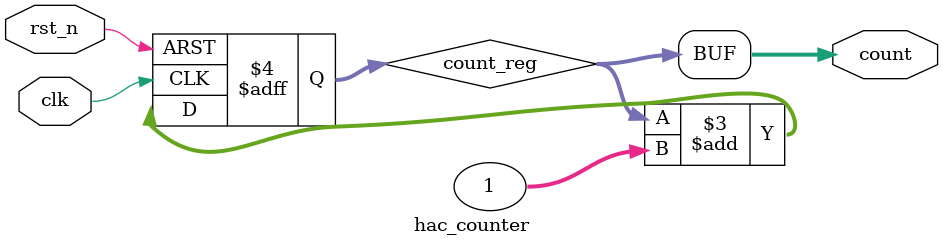
<source format=v>
`timescale 1ns / 1ps

//=============================================================================
// COMPLETE HAC Deskew Testbench v2 - Tests ALL 3 Phases
// Dual-Core Setup: Core0(Parent) <-> Core1(Child)
//=============================================================================
module hac_counter #(
    parameter WIDTH = 32,
    parameter INIT_VAL = 32'd1000
)(
    input  wire        clk,
    input  wire        rst_n,
    output wire [WIDTH-1:0] count
);
    reg [WIDTH-1:0] count_reg;
    always @(posedge clk or negedge rst_n) begin
        if (!rst_n) count_reg <= INIT_VAL;
        else count_reg <= count_reg + 1;
    end
    assign count = count_reg;
endmodule
</source>
